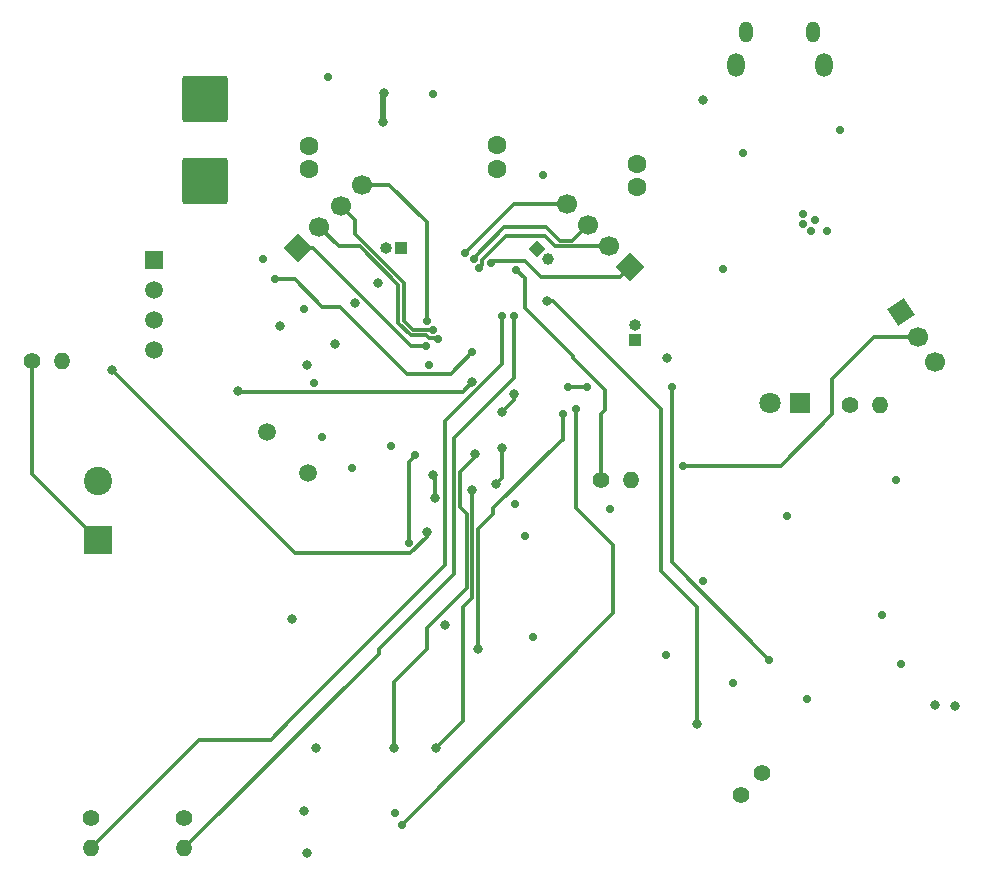
<source format=gbl>
%TF.GenerationSoftware,KiCad,Pcbnew,7.0.2*%
%TF.CreationDate,2023-08-02T19:16:15+03:00*%
%TF.ProjectId,picoballoon,7069636f-6261-46c6-9c6f-6f6e2e6b6963,rev?*%
%TF.SameCoordinates,Original*%
%TF.FileFunction,Copper,L4,Bot*%
%TF.FilePolarity,Positive*%
%FSLAX46Y46*%
G04 Gerber Fmt 4.6, Leading zero omitted, Abs format (unit mm)*
G04 Created by KiCad (PCBNEW 7.0.2) date 2023-08-02 19:16:15*
%MOMM*%
%LPD*%
G01*
G04 APERTURE LIST*
G04 Aperture macros list*
%AMRoundRect*
0 Rectangle with rounded corners*
0 $1 Rounding radius*
0 $2 $3 $4 $5 $6 $7 $8 $9 X,Y pos of 4 corners*
0 Add a 4 corners polygon primitive as box body*
4,1,4,$2,$3,$4,$5,$6,$7,$8,$9,$2,$3,0*
0 Add four circle primitives for the rounded corners*
1,1,$1+$1,$2,$3*
1,1,$1+$1,$4,$5*
1,1,$1+$1,$6,$7*
1,1,$1+$1,$8,$9*
0 Add four rect primitives between the rounded corners*
20,1,$1+$1,$2,$3,$4,$5,0*
20,1,$1+$1,$4,$5,$6,$7,0*
20,1,$1+$1,$6,$7,$8,$9,0*
20,1,$1+$1,$8,$9,$2,$3,0*%
%AMHorizOval*
0 Thick line with rounded ends*
0 $1 width*
0 $2 $3 position (X,Y) of the first rounded end (center of the circle)*
0 $4 $5 position (X,Y) of the second rounded end (center of the circle)*
0 Add line between two ends*
20,1,$1,$2,$3,$4,$5,0*
0 Add two circle primitives to create the rounded ends*
1,1,$1,$2,$3*
1,1,$1,$4,$5*%
%AMRotRect*
0 Rectangle, with rotation*
0 The origin of the aperture is its center*
0 $1 length*
0 $2 width*
0 $3 Rotation angle, in degrees counterclockwise*
0 Add horizontal line*
21,1,$1,$2,0,0,$3*%
G04 Aperture macros list end*
%TA.AperFunction,ComponentPad*%
%ADD10RoundRect,0.250002X-1.699998X-1.699998X1.699998X-1.699998X1.699998X1.699998X-1.699998X1.699998X0*%
%TD*%
%TA.AperFunction,ComponentPad*%
%ADD11C,1.600000*%
%TD*%
%TA.AperFunction,ComponentPad*%
%ADD12C,1.400000*%
%TD*%
%TA.AperFunction,ComponentPad*%
%ADD13O,1.400000X1.400000*%
%TD*%
%TA.AperFunction,ComponentPad*%
%ADD14R,1.000000X1.000000*%
%TD*%
%TA.AperFunction,ComponentPad*%
%ADD15O,1.000000X1.000000*%
%TD*%
%TA.AperFunction,ComponentPad*%
%ADD16RotRect,1.700000X1.700000X34.000000*%
%TD*%
%TA.AperFunction,ComponentPad*%
%ADD17HorizOval,1.700000X0.000000X0.000000X0.000000X0.000000X0*%
%TD*%
%TA.AperFunction,ComponentPad*%
%ADD18RotRect,1.700000X1.700000X225.000000*%
%TD*%
%TA.AperFunction,ComponentPad*%
%ADD19HorizOval,1.700000X0.000000X0.000000X0.000000X0.000000X0*%
%TD*%
%TA.AperFunction,ComponentPad*%
%ADD20O,1.450000X2.000000*%
%TD*%
%TA.AperFunction,ComponentPad*%
%ADD21O,1.150000X1.800000*%
%TD*%
%TA.AperFunction,ComponentPad*%
%ADD22R,1.800000X1.800000*%
%TD*%
%TA.AperFunction,ComponentPad*%
%ADD23C,1.800000*%
%TD*%
%TA.AperFunction,ComponentPad*%
%ADD24RotRect,1.700000X1.700000X135.000000*%
%TD*%
%TA.AperFunction,ComponentPad*%
%ADD25HorizOval,1.700000X0.000000X0.000000X0.000000X0.000000X0*%
%TD*%
%TA.AperFunction,ComponentPad*%
%ADD26R,2.400000X2.400000*%
%TD*%
%TA.AperFunction,ComponentPad*%
%ADD27C,2.400000*%
%TD*%
%TA.AperFunction,ComponentPad*%
%ADD28HorizOval,1.400000X0.000000X0.000000X0.000000X0.000000X0*%
%TD*%
%TA.AperFunction,ComponentPad*%
%ADD29C,1.500000*%
%TD*%
%TA.AperFunction,ComponentPad*%
%ADD30RotRect,1.000000X1.000000X45.000000*%
%TD*%
%TA.AperFunction,ComponentPad*%
%ADD31HorizOval,1.000000X0.000000X0.000000X0.000000X0.000000X0*%
%TD*%
%TA.AperFunction,ComponentPad*%
%ADD32R,1.500000X1.500000*%
%TD*%
%TA.AperFunction,ViaPad*%
%ADD33C,0.800000*%
%TD*%
%TA.AperFunction,ViaPad*%
%ADD34C,0.700000*%
%TD*%
%TA.AperFunction,Conductor*%
%ADD35C,0.300000*%
%TD*%
%TA.AperFunction,Conductor*%
%ADD36C,0.500000*%
%TD*%
G04 APERTURE END LIST*
D10*
%TO.P,J1,1,Pin_1*%
%TO.N,SOLAR+*%
X122428000Y-51435000D03*
%TD*%
D11*
%TO.P,C14,1*%
%TO.N,Net-(C14-Pad1)*%
X159004000Y-56912000D03*
%TO.P,C14,2*%
%TO.N,GND*%
X159004000Y-58912000D03*
%TD*%
D12*
%TO.P,R19,1*%
%TO.N,DC_EN*%
X155930600Y-83743800D03*
D13*
%TO.P,R19,2*%
%TO.N,GND*%
X158470600Y-83743800D03*
%TD*%
D14*
%TO.P,SWD1,1,Pin_1*%
%TO.N,SWDIO*%
X158851600Y-71820800D03*
D15*
%TO.P,SWD1,2,Pin_2*%
%TO.N,SWCLK*%
X158851600Y-70550800D03*
%TD*%
D16*
%TO.P,MISC3,1,Pin_1*%
%TO.N,GND*%
X181383450Y-69522245D03*
D17*
%TO.P,MISC3,2,Pin_2*%
%TO.N,PB11*%
X182803800Y-71628000D03*
%TO.P,MISC3,3,Pin_3*%
%TO.N,+3.3V*%
X184224150Y-73733756D03*
%TD*%
D12*
%TO.P,R2,1*%
%TO.N,+3.3V*%
X112750600Y-112343400D03*
D13*
%TO.P,R2,2*%
%TO.N,LowPowCapChrg*%
X112750600Y-114883400D03*
%TD*%
D18*
%TO.P,MISC2,1,Pin_1*%
%TO.N,PD6*%
X158419800Y-65709800D03*
D19*
%TO.P,MISC2,2,Pin_2*%
%TO.N,PB3*%
X156623749Y-63913749D03*
%TO.P,MISC2,3,Pin_3*%
%TO.N,PB4*%
X154827698Y-62117698D03*
%TO.P,MISC2,4,Pin_4*%
%TO.N,PB5*%
X153031646Y-60321646D03*
%TD*%
D10*
%TO.P,J2,1,Pin_1*%
%TO.N,GND*%
X122428000Y-58420000D03*
%TD*%
D20*
%TO.P,J3,6,Shield*%
%TO.N,unconnected-(J3-Shield-Pad6)*%
X174799000Y-48553600D03*
D21*
X173908000Y-45753600D03*
X168258000Y-45753600D03*
D20*
X167349000Y-48553600D03*
%TD*%
D22*
%TO.P,D5,1,K*%
%TO.N,Net-(D5-K)*%
X172807000Y-77190600D03*
D23*
%TO.P,D5,2,A*%
%TO.N,Net-(D5-A)*%
X170267000Y-77190600D03*
%TD*%
D12*
%TO.P,R3,1*%
%TO.N,+3.3V*%
X120675400Y-112343400D03*
D13*
%TO.P,R3,2*%
%TO.N,HighPowCapChrg*%
X120675400Y-114883400D03*
%TD*%
D24*
%TO.P,MISC1,1,Pin_1*%
%TO.N,PC15*%
X130307394Y-64078806D03*
D25*
%TO.P,MISC1,2,Pin_2*%
%TO.N,PC14*%
X132103445Y-62282755D03*
%TO.P,MISC1,3,Pin_3*%
%TO.N,PC13*%
X133899496Y-60486704D03*
%TO.P,MISC1,4,Pin_4*%
%TO.N,PC12*%
X135695548Y-58690652D03*
%TD*%
D26*
%TO.P,C9,1*%
%TO.N,BCKP_OUT*%
X113360200Y-88773000D03*
D27*
%TO.P,C9,2*%
%TO.N,GND*%
X113360200Y-83773000D03*
%TD*%
D12*
%TO.P,R23,1*%
%TO.N,BCKP_OUT*%
X107746000Y-73660000D03*
D13*
%TO.P,R23,2*%
%TO.N,Net-(C30-Pad2)*%
X110286000Y-73660000D03*
%TD*%
D12*
%TO.P,R21,1*%
%TO.N,GPS_EN*%
X167818730Y-110336671D03*
D28*
%TO.P,R21,2*%
%TO.N,+3.3V*%
X169614781Y-108540620D03*
%TD*%
D12*
%TO.P,R11,1*%
%TO.N,Net-(D5-K)*%
X176992200Y-77343000D03*
D13*
%TO.P,R11,2*%
%TO.N,GND*%
X179532200Y-77343000D03*
%TD*%
D14*
%TO.P,UART2,1,Pin_1*%
%TO.N,USART3_TX*%
X139003800Y-64033400D03*
D15*
%TO.P,UART2,2,Pin_2*%
%TO.N,USART3_RX*%
X137733800Y-64033400D03*
%TD*%
D29*
%TO.P,Y1,1,1*%
%TO.N,OSC_IN*%
X127680589Y-79649189D03*
%TO.P,Y1,2,2*%
%TO.N,OSC_OUT*%
X131131270Y-83099870D03*
%TD*%
D30*
%TO.P,UART1,1,Pin_1*%
%TO.N,UART2_TX*%
X150543381Y-64132581D03*
D31*
%TO.P,UART1,2,Pin_2*%
%TO.N,UART2_RX*%
X151441407Y-65030607D03*
%TD*%
D11*
%TO.P,C13,1*%
%TO.N,Net-(U1-VCTRL)*%
X147167600Y-55346600D03*
%TO.P,C13,2*%
%TO.N,GND*%
X147167600Y-57346600D03*
%TD*%
%TO.P,C3,1*%
%TO.N,Net-(C3-Pad1)*%
X131191000Y-55388000D03*
%TO.P,C3,2*%
%TO.N,GND*%
X131191000Y-57388000D03*
%TD*%
D32*
%TO.P,U3,1,VCC*%
%TO.N,+3.3V*%
X118063300Y-65045300D03*
D29*
%TO.P,U3,2,IO*%
%TO.N,DHD11_DAT*%
X118063300Y-67585300D03*
%TO.P,U3,3,NC*%
%TO.N,unconnected-(U3-NC-Pad3)*%
X118063300Y-70125300D03*
%TO.P,U3,4,GND*%
%TO.N,GND*%
X118063300Y-72665300D03*
%TD*%
D33*
%TO.N,GND*%
X130810000Y-111760000D03*
X131064000Y-115316000D03*
%TO.N,GPS_EN*%
X151384000Y-68580000D03*
X164084000Y-104394000D03*
%TO.N,GND*%
X142748000Y-96012000D03*
X129794000Y-95504000D03*
X131826000Y-106426000D03*
%TO.N,DIO0*%
X145310101Y-81535915D03*
%TO.N,DIO2*%
X141697323Y-83277323D03*
X141868277Y-85226277D03*
X145034000Y-84582000D03*
%TO.N,DIO0*%
X138430000Y-106426000D03*
%TO.N,DIO2*%
X141986000Y-106426000D03*
D34*
%TO.N,GND*%
X166243000Y-65862200D03*
D33*
X184226200Y-102793800D03*
D34*
X175082200Y-62661800D03*
X164565922Y-92278878D03*
X181381400Y-99288600D03*
X167970200Y-55981600D03*
X150190200Y-97002600D03*
D33*
X131064000Y-73964800D03*
X185953400Y-102844600D03*
D34*
X151028400Y-57912000D03*
X174091600Y-61722000D03*
X149504400Y-88442800D03*
D33*
X137083800Y-67005200D03*
D34*
X180924200Y-83743800D03*
X141732000Y-51054000D03*
X176199800Y-54076600D03*
D33*
X128803400Y-70662800D03*
D34*
X173355000Y-102235000D03*
X167120400Y-100900400D03*
X138472800Y-111869600D03*
X138150600Y-80797400D03*
X156692600Y-86156800D03*
X134899400Y-82702400D03*
X173685200Y-62661800D03*
X141351000Y-73964800D03*
X173050200Y-61188600D03*
X179755800Y-95148400D03*
X132867400Y-49580800D03*
X173024800Y-62052200D03*
D33*
X133426200Y-72186800D03*
D34*
X171706800Y-86794600D03*
X132308600Y-80086200D03*
D33*
%TO.N,Net-(U1-MPP-SET)*%
X137541000Y-50952400D03*
X137515600Y-53365400D03*
D34*
%TO.N,GPS_RESET_SIGNAL*%
X154736800Y-75819000D03*
X153122900Y-75793600D03*
X170205400Y-98907600D03*
X161950400Y-75819000D03*
%TO.N,LORA_RESET*%
X153822400Y-77724000D03*
X139090400Y-112877600D03*
%TO.N,LowPowCapChrg*%
X147548600Y-69799200D03*
%TO.N,HighPowCapChrg*%
X148564600Y-69824600D03*
%TO.N,DC_EN*%
X148767800Y-65887600D03*
%TO.N,DHD11_DAT*%
X145034000Y-72898000D03*
X128320800Y-66675000D03*
%TO.N,LORA_SPI1_SCK*%
X140233400Y-81610200D03*
X139674600Y-89052400D03*
D33*
%TO.N,DIO1*%
X145542000Y-98044000D03*
D34*
X152704800Y-78079600D03*
D33*
%TO.N,CAP_CHRG_READ_EN*%
X125222000Y-76200000D03*
X144986623Y-75390623D03*
X147574000Y-77978000D03*
X148590000Y-76454000D03*
D34*
%TO.N,PC15*%
X141101623Y-72340757D03*
%TO.N,PC14*%
X142186875Y-71766228D03*
%TO.N,PC13*%
X141707413Y-71005163D03*
%TO.N,PC12*%
X141249400Y-70231000D03*
%TO.N,PD6*%
X146634200Y-65303400D03*
%TO.N,PB3*%
X145626250Y-65774226D03*
%TO.N,PB4*%
X145163964Y-65002606D03*
%TO.N,PB5*%
X144424400Y-64490600D03*
%TO.N,PB11*%
X162851422Y-82487178D03*
D33*
%TO.N,CAP_CHRG_V*%
X114554000Y-74422000D03*
X141224000Y-88138000D03*
X147066000Y-84074000D03*
X147574000Y-81026000D03*
D34*
%TO.N,+3.3V*%
X131673600Y-75514200D03*
X161467800Y-98526600D03*
X130759200Y-69189600D03*
D33*
X164592000Y-51562000D03*
X161544000Y-73406000D03*
D34*
X148640800Y-85775800D03*
X127330200Y-64973200D03*
D33*
X135102600Y-68732400D03*
%TD*%
D35*
%TO.N,GPS_EN*%
X161036000Y-91440000D02*
X161036000Y-77724000D01*
X164084000Y-94488000D02*
X161036000Y-91440000D01*
X164084000Y-104394000D02*
X164084000Y-94488000D01*
X161036000Y-77724000D02*
X151892000Y-68580000D01*
X151892000Y-68580000D02*
X151384000Y-68580000D01*
%TO.N,DIO0*%
X145308186Y-81534000D02*
X145310101Y-81535915D01*
X145288000Y-81788000D02*
X145288000Y-81534000D01*
X144018000Y-83058000D02*
X145288000Y-81788000D01*
X144018000Y-86025000D02*
X144018000Y-83058000D01*
X144607000Y-86614000D02*
X144018000Y-86025000D01*
X144607000Y-92883000D02*
X144607000Y-86614000D01*
X141224000Y-96266000D02*
X144607000Y-92883000D01*
X145288000Y-81534000D02*
X145308186Y-81534000D01*
X141224000Y-98044000D02*
X141224000Y-96266000D01*
X138430000Y-100838000D02*
X141224000Y-98044000D01*
X138430000Y-106426000D02*
X138430000Y-100838000D01*
%TO.N,HighPowCapChrg*%
X148564600Y-75107800D02*
X148564600Y-69824600D01*
X143510000Y-91643200D02*
X143510000Y-80162400D01*
X143510000Y-80162400D02*
X148564600Y-75107800D01*
X137109200Y-98449600D02*
X137109200Y-98044000D01*
X120675400Y-114883400D02*
X137109200Y-98449600D01*
X137109200Y-98044000D02*
X143510000Y-91643200D01*
%TO.N,LowPowCapChrg*%
X147548600Y-73888600D02*
X147548600Y-69799200D01*
X142748000Y-90906600D02*
X142748000Y-78689200D01*
X127965200Y-105740200D02*
X129641600Y-104063800D01*
X129641600Y-104013000D02*
X142748000Y-90906600D01*
X121893800Y-105740200D02*
X127965200Y-105740200D01*
X129641600Y-104063800D02*
X129641600Y-104013000D01*
X142748000Y-78689200D02*
X147548600Y-73888600D01*
X112750600Y-114883400D02*
X121893800Y-105740200D01*
%TO.N,DIO2*%
X141868277Y-83448277D02*
X141697323Y-83277323D01*
X141868277Y-85226277D02*
X141868277Y-83448277D01*
X145034000Y-93726000D02*
X145034000Y-84582000D01*
X144272000Y-94488000D02*
X145034000Y-93726000D01*
X141986000Y-106426000D02*
X144272000Y-104140000D01*
X144272000Y-104140000D02*
X144272000Y-94488000D01*
%TO.N,CAP_CHRG_V*%
X141224000Y-88138000D02*
X141224000Y-88492950D01*
X130048000Y-89916000D02*
X114554000Y-74422000D01*
X141224000Y-88492950D02*
X139800950Y-89916000D01*
X139800950Y-89916000D02*
X130048000Y-89916000D01*
D36*
%TO.N,Net-(U1-MPP-SET)*%
X137515600Y-50977800D02*
X137541000Y-50952400D01*
X137515600Y-53365400D02*
X137515600Y-50977800D01*
D35*
%TO.N,BCKP_OUT*%
X107746000Y-83158800D02*
X113360200Y-88773000D01*
X107746000Y-73660000D02*
X107746000Y-83158800D01*
%TO.N,GPS_RESET_SIGNAL*%
X153212800Y-75819000D02*
X153187400Y-75793600D01*
X161950400Y-90652600D02*
X161950400Y-75819000D01*
X153187400Y-75793600D02*
X153122900Y-75793600D01*
X154736800Y-75819000D02*
X153212800Y-75819000D01*
X170205400Y-98907600D02*
X161950400Y-90652600D01*
%TO.N,LORA_RESET*%
X153822400Y-86055200D02*
X153822400Y-77724000D01*
X156997400Y-94945200D02*
X156997400Y-89230200D01*
X153822400Y-86055200D02*
X156997400Y-89230200D01*
X139090400Y-112877600D02*
X156997400Y-94970600D01*
X156997400Y-94970600D02*
X156997400Y-94945200D01*
%TO.N,DC_EN*%
X153568400Y-73177400D02*
X149515600Y-69124600D01*
X156286200Y-77774800D02*
X156286200Y-76073000D01*
X156286200Y-76073000D02*
X153568400Y-73355200D01*
X155930600Y-83743800D02*
X155930600Y-78130400D01*
X155930600Y-78130400D02*
X156286200Y-77774800D01*
X149515600Y-66635400D02*
X148767800Y-65887600D01*
X149515600Y-69124600D02*
X149515600Y-66635400D01*
X153568400Y-73355200D02*
X153568400Y-73177400D01*
%TO.N,DHD11_DAT*%
X132359400Y-69037200D02*
X129997200Y-66675000D01*
X143217200Y-74714800D02*
X139510200Y-74714800D01*
X133832600Y-69037200D02*
X132359400Y-69037200D01*
X145034000Y-72898000D02*
X143217200Y-74714800D01*
X139510200Y-74714800D02*
X133832600Y-69037200D01*
X129997200Y-66675000D02*
X128320800Y-66675000D01*
%TO.N,LORA_SPI1_SCK*%
X140233400Y-81635600D02*
X140233400Y-81610200D01*
X139674600Y-82194400D02*
X139674600Y-89052400D01*
X139674600Y-82194400D02*
X140233400Y-81635600D01*
%TO.N,DIO1*%
X152704800Y-80277300D02*
X152704800Y-78079600D01*
X145542000Y-87884650D02*
X146812000Y-86614650D01*
X145542000Y-98044000D02*
X145542000Y-87884650D01*
X146812000Y-86106000D02*
X152640700Y-80277300D01*
X146812000Y-86614650D02*
X146812000Y-86106000D01*
X152640700Y-80277300D02*
X152704800Y-80277300D01*
%TO.N,CAP_CHRG_READ_EN*%
X148590000Y-76962000D02*
X147574000Y-77978000D01*
X144257800Y-76214200D02*
X145034000Y-75438000D01*
X125236200Y-76214200D02*
X144257800Y-76214200D01*
X148590000Y-76454000D02*
X148590000Y-76962000D01*
X125222000Y-76200000D02*
X125236200Y-76214200D01*
X145034000Y-75438000D02*
X144986623Y-75390623D01*
%TO.N,PC15*%
X139828557Y-72340757D02*
X131566606Y-64078806D01*
X141101623Y-72340757D02*
X139828557Y-72340757D01*
X131566606Y-64078806D02*
X130307394Y-64078806D01*
%TO.N,PC14*%
X142186875Y-71766228D02*
X142247940Y-71705163D01*
X138785600Y-70371531D02*
X138785600Y-67157600D01*
X142247940Y-71705163D02*
X141417463Y-71705163D01*
X139846232Y-71432163D02*
X138785600Y-70371531D01*
X133727090Y-63906400D02*
X132103445Y-62282755D01*
X141417463Y-71705163D02*
X141144463Y-71432163D01*
X141144463Y-71432163D02*
X139846232Y-71432163D01*
X138785600Y-67157600D02*
X135534400Y-63906400D01*
X135534400Y-63906400D02*
X133727090Y-63906400D01*
%TO.N,PC13*%
X139293600Y-70275661D02*
X139293600Y-67056000D01*
X141707413Y-71005163D02*
X140023102Y-71005163D01*
X135128000Y-62890400D02*
X135128000Y-61715208D01*
X140023102Y-71005163D02*
X139293600Y-70275661D01*
X135128000Y-61715208D02*
X133899496Y-60486704D01*
X139293600Y-67056000D02*
X135128000Y-62890400D01*
%TO.N,PC12*%
X141249400Y-70231000D02*
X141173200Y-70154800D01*
X137964052Y-58690652D02*
X135695548Y-58690652D01*
X141173200Y-70154800D02*
X141173200Y-61899800D01*
X141173200Y-61899800D02*
X137964052Y-58690652D01*
%TO.N,PD6*%
X146750000Y-65187600D02*
X149490200Y-65187600D01*
X150850600Y-66548000D02*
X157581600Y-66548000D01*
X157581600Y-66548000D02*
X158419800Y-65709800D01*
X146634200Y-65303400D02*
X146750000Y-65187600D01*
X149490200Y-65187600D02*
X150850600Y-66548000D01*
%TO.N,PB3*%
X145626250Y-65774226D02*
X145863964Y-65536512D01*
X145863964Y-65536512D02*
X145863964Y-65083686D01*
X145863964Y-65083686D02*
X147904850Y-63042800D01*
X147904850Y-63042800D02*
X151206200Y-63042800D01*
X151206200Y-63042800D02*
X152077149Y-63913749D01*
X152077149Y-63913749D02*
X156623749Y-63913749D01*
%TO.N,PB4*%
X145163964Y-64894036D02*
X147751800Y-62306200D01*
X151307800Y-62306200D02*
X152450800Y-63449200D01*
X147751800Y-62306200D02*
X151307800Y-62306200D01*
X152450800Y-63449200D02*
X153496196Y-63449200D01*
X145163964Y-65002606D02*
X145163964Y-64894036D01*
X153496196Y-63449200D02*
X154827698Y-62117698D01*
%TO.N,PB5*%
X148593354Y-60321646D02*
X153031646Y-60321646D01*
X144424400Y-64490600D02*
X148593354Y-60321646D01*
%TO.N,PB11*%
X162851422Y-82487178D02*
X171157222Y-82487178D01*
X175514000Y-78130400D02*
X175514000Y-75133200D01*
X171157222Y-82487178D02*
X175514000Y-78130400D01*
X179019200Y-71628000D02*
X182803800Y-71628000D01*
X175514000Y-75133200D02*
X179019200Y-71628000D01*
%TO.N,CAP_CHRG_V*%
X147066000Y-84074000D02*
X147574000Y-83566000D01*
X147574000Y-83566000D02*
X147574000Y-81026000D01*
%TD*%
M02*

</source>
